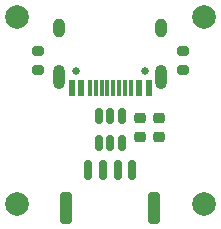
<source format=gbr>
%TF.GenerationSoftware,KiCad,Pcbnew,(6.0.5)*%
%TF.CreationDate,2022-07-03T04:30:49-06:00*%
%TF.ProjectId,usbc-daughter-board,75736263-2d64-4617-9567-687465722d62,1.0*%
%TF.SameCoordinates,Original*%
%TF.FileFunction,Soldermask,Top*%
%TF.FilePolarity,Negative*%
%FSLAX46Y46*%
G04 Gerber Fmt 4.6, Leading zero omitted, Abs format (unit mm)*
G04 Created by KiCad (PCBNEW (6.0.5)) date 2022-07-03 04:30:49*
%MOMM*%
%LPD*%
G01*
G04 APERTURE LIST*
G04 Aperture macros list*
%AMRoundRect*
0 Rectangle with rounded corners*
0 $1 Rounding radius*
0 $2 $3 $4 $5 $6 $7 $8 $9 X,Y pos of 4 corners*
0 Add a 4 corners polygon primitive as box body*
4,1,4,$2,$3,$4,$5,$6,$7,$8,$9,$2,$3,0*
0 Add four circle primitives for the rounded corners*
1,1,$1+$1,$2,$3*
1,1,$1+$1,$4,$5*
1,1,$1+$1,$6,$7*
1,1,$1+$1,$8,$9*
0 Add four rect primitives between the rounded corners*
20,1,$1+$1,$2,$3,$4,$5,0*
20,1,$1+$1,$4,$5,$6,$7,0*
20,1,$1+$1,$6,$7,$8,$9,0*
20,1,$1+$1,$8,$9,$2,$3,0*%
G04 Aperture macros list end*
%ADD10RoundRect,0.218750X-0.256250X0.218750X-0.256250X-0.218750X0.256250X-0.218750X0.256250X0.218750X0*%
%ADD11RoundRect,0.200000X-0.275000X0.200000X-0.275000X-0.200000X0.275000X-0.200000X0.275000X0.200000X0*%
%ADD12C,2.000000*%
%ADD13RoundRect,0.150000X-0.150000X0.512500X-0.150000X-0.512500X0.150000X-0.512500X0.150000X0.512500X0*%
%ADD14RoundRect,0.225000X0.250000X-0.225000X0.250000X0.225000X-0.250000X0.225000X-0.250000X-0.225000X0*%
%ADD15RoundRect,0.150000X-0.150000X-0.700000X0.150000X-0.700000X0.150000X0.700000X-0.150000X0.700000X0*%
%ADD16RoundRect,0.250000X-0.250000X-1.100000X0.250000X-1.100000X0.250000X1.100000X-0.250000X1.100000X0*%
%ADD17C,0.650000*%
%ADD18R,0.600000X1.450000*%
%ADD19R,0.300000X1.450000*%
%ADD20O,1.000000X1.600000*%
%ADD21O,1.000000X2.100000*%
G04 APERTURE END LIST*
D10*
%TO.C,F1*%
X130030000Y-71542500D03*
X130030000Y-73117500D03*
%TD*%
D11*
%TO.C,R1*%
X121340000Y-65815000D03*
X121340000Y-67465000D03*
%TD*%
D12*
%TO.C,H4*%
X135400000Y-78800000D03*
%TD*%
D13*
%TO.C,U1*%
X128450000Y-71362500D03*
X127500000Y-71362500D03*
X126550000Y-71362500D03*
X126550000Y-73637500D03*
X127500000Y-73637500D03*
X128450000Y-73637500D03*
%TD*%
D14*
%TO.C,C1*%
X131580000Y-73105000D03*
X131580000Y-71555000D03*
%TD*%
D12*
%TO.C,H2*%
X135400000Y-63000000D03*
%TD*%
%TO.C,H2*%
X119600000Y-63000000D03*
%TD*%
D15*
%TO.C,J2*%
X125615000Y-75900000D03*
X126865000Y-75900000D03*
X128115000Y-75900000D03*
X129365000Y-75900000D03*
D16*
X123765000Y-79100000D03*
X131215000Y-79100000D03*
%TD*%
D12*
%TO.C,H3*%
X119600000Y-78800000D03*
%TD*%
D11*
%TO.C,R2*%
X133650000Y-65830000D03*
X133650000Y-67480000D03*
%TD*%
D17*
%TO.C,J1*%
X130390000Y-67510000D03*
X124610000Y-67510000D03*
D18*
X130750000Y-68955000D03*
X129950000Y-68955000D03*
D19*
X128750000Y-68955000D03*
X127750000Y-68955000D03*
X127250000Y-68955000D03*
X126250000Y-68955000D03*
D18*
X125050000Y-68955000D03*
X124250000Y-68955000D03*
X124250000Y-68955000D03*
X125050000Y-68955000D03*
D19*
X125750000Y-68955000D03*
X126750000Y-68955000D03*
X128250000Y-68955000D03*
X129250000Y-68955000D03*
D18*
X129950000Y-68955000D03*
X130750000Y-68955000D03*
D20*
X131820000Y-63860000D03*
D21*
X131820000Y-68040000D03*
D20*
X123180000Y-63860000D03*
D21*
X123180000Y-68040000D03*
%TD*%
M02*

</source>
